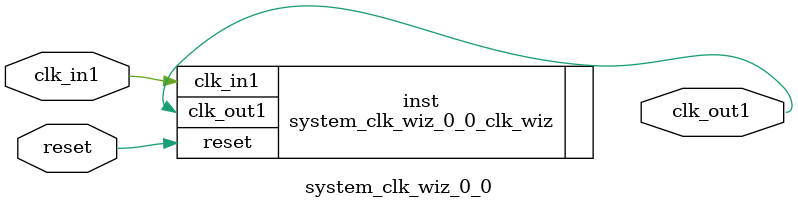
<source format=v>


`timescale 1ps/1ps

(* CORE_GENERATION_INFO = "system_clk_wiz_0_0,clk_wiz_v6_0_4_0_0,{component_name=system_clk_wiz_0_0,use_phase_alignment=true,use_min_o_jitter=false,use_max_i_jitter=false,use_dyn_phase_shift=false,use_inclk_switchover=false,use_dyn_reconfig=false,enable_axi=0,feedback_source=FDBK_AUTO,PRIMITIVE=MMCM,num_out_clk=1,clkin1_period=10.000,clkin2_period=10.000,use_power_down=false,use_reset=true,use_locked=false,use_inclk_stopped=false,feedback_type=SINGLE,CLOCK_MGR_TYPE=NA,manual_override=false}" *)

module system_clk_wiz_0_0 
 (
  // Clock out ports
  output        clk_out1,
  // Status and control signals
  input         reset,
 // Clock in ports
  input         clk_in1
 );

  system_clk_wiz_0_0_clk_wiz inst
  (
  // Clock out ports  
  .clk_out1(clk_out1),
  // Status and control signals               
  .reset(reset), 
 // Clock in ports
  .clk_in1(clk_in1)
  );

endmodule

</source>
